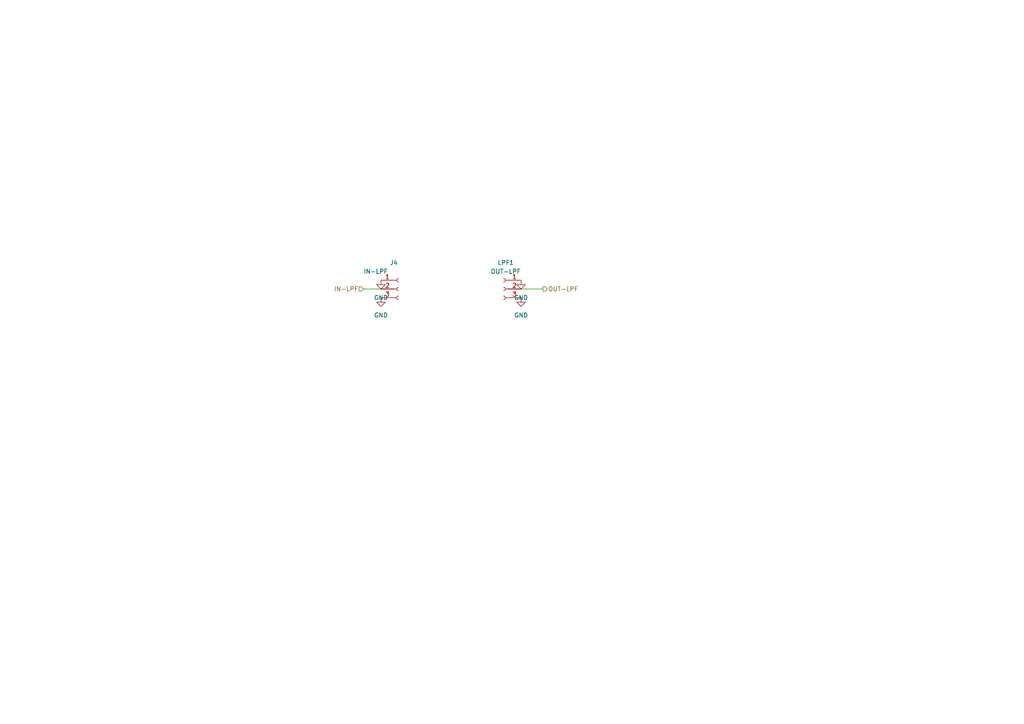
<source format=kicad_sch>
(kicad_sch (version 20211123) (generator eeschema)
  (paper "A4")
  (lib_symbols
    (symbol "Connector:Conn_01x03_Female" (pin_names (offset 1.016) hide)
      (property "Reference" "J" (at 0 5.08 0))
      (property "Value" "Conn_01x03_Female" (at 0 -5.08 0))
      (symbol "Conn_01x03_Female_1_1"
        (arc (start 0 -2.032) (mid -0.508 -2.54) (end 0 -3.048) (stroke (width 0.1524)))
        (polyline (pts (xy -1.27 -2.54) (xy -0.508 -2.54)) (stroke (width 0.1524)))
        (polyline (pts (xy -1.27 0) (xy -0.508 0)) (stroke (width 0.1524)))
        (polyline (pts (xy -1.27 2.54) (xy -0.508 2.54)) (stroke (width 0.1524)))
        (arc (start 0 0.508) (mid -0.508 0) (end 0 -0.508) (stroke (width 0.1524)))
        (arc (start 0 3.048) (mid -0.508 2.54) (end 0 2.032) (stroke (width 0.1524)))
        (pin passive line (at -5.08 2.54 0) (length 3.81) (name "Pin_1") (number "1"))
        (pin passive line (at -5.08 0 0) (length 3.81) (name "Pin_2") (number "2"))
        (pin passive line (at -5.08 -2.54 0) (length 3.81) (name "Pin_3") (number "3"))
      )
    )
    (symbol "power:GND" (power) (pin_names (offset 0))
      (property "Value" "GND" (at 0 -3.81 0))
      (symbol "GND_0_1"
        (polyline (pts (xy 0 0) (xy 0 -1.27) (xy 1.27 -1.27) (xy 0 -2.54) (xy -1.27 -1.27) (xy 0 -1.27)))
      )
      (symbol "GND_1_1"
        (pin power_in line (at 0 0 270) (length 0) hide (name "GND") (number "1"))
      )
    )
  )
  (wire (pts (xy 105.41 83.82) (xy 110.49 83.82)))
  (wire (pts (xy 157.48 83.82) (xy 151.13 83.82)))
  (hierarchical_label "OUT-LPF" (shape output) (at 157.48 83.82 0))
  (hierarchical_label "IN-LPF" (shape input) (at 105.41 83.82 180))
  (symbol (lib_id "power:GND") (at 110.49 86.36 0) (unit 1)
    (property "Reference" "#PWR0101" (effects hide))
    (property "Value" "GND" (at 110.49 91.44 0))
  )
  (symbol (lib_id "power:GND") (at 151.13 81.28 0) (unit 1)
    (property "Reference" "#PWR0156" (effects hide))
    (property "Value" "GND" (at 151.13 86.36 0))
  )
  (symbol (lib_id "power:GND") (at 110.49 81.28 0) (unit 1)
    (property "Reference" "#PWR0154" (effects hide))
    (property "Value" "GND" (at 110.49 86.36 0))
  )
  (symbol (lib_id "Connector:Conn_01x03_Female") (at 146.05 83.82 0) (mirror y) (unit 1)
    (property "Reference" "LPF1" (at 146.685 76.2 0))
    (property "Value" "OUT-LPF" (at 146.685 78.74 0))
    (property "Footprint" "Connector_PinSocket_2.54mm:PinSocket_1x03_P2.54mm_Vertical" (effects hide))
  )
  (symbol (lib_id "Connector:Conn_01x03_Female") (at 115.57 83.82 0) (unit 1)
    (property "Reference" "J4" (at 113.03 76.2 0) (effects (justify left)))
    (property "Value" "IN-LPF" (at 105.41 78.74 0) (effects (justify left)))
    (property "Footprint" "Connector_PinSocket_2.54mm:PinSocket_1x03_P2.54mm_Vertical" (effects hide))
  )
  (symbol (lib_id "power:GND") (at 151.13 86.36 0) (unit 1)
    (property "Reference" "#PWR0155" (effects hide))
    (property "Value" "GND" (at 151.13 91.44 0))
  )
)
</source>
